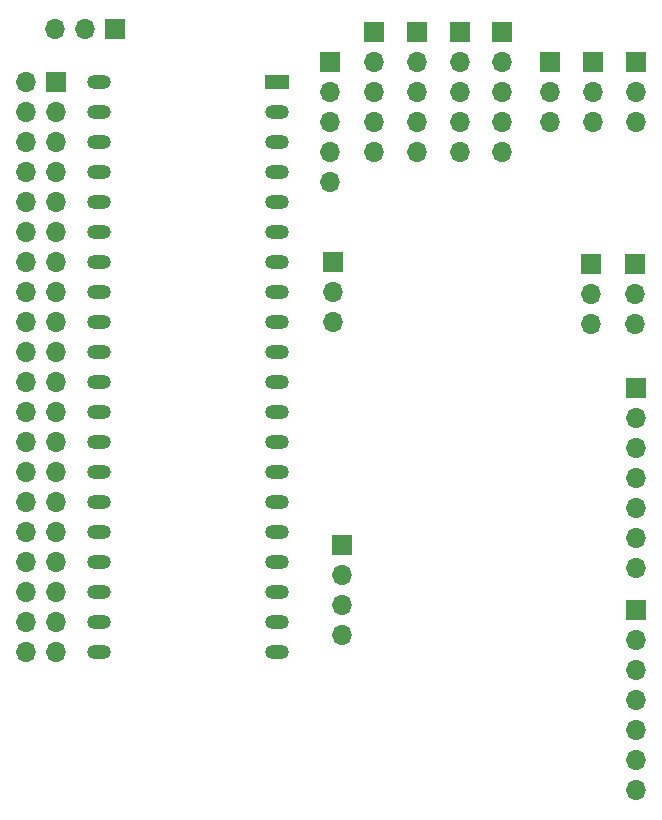
<source format=gts>
G04 #@! TF.GenerationSoftware,KiCad,Pcbnew,8.0.5*
G04 #@! TF.CreationDate,2024-10-14T11:26:22+05:00*
G04 #@! TF.ProjectId,2floor_for_orange_pi,32666c6f-6f72-45f6-966f-725f6f72616e,rev?*
G04 #@! TF.SameCoordinates,Original*
G04 #@! TF.FileFunction,Soldermask,Top*
G04 #@! TF.FilePolarity,Negative*
%FSLAX46Y46*%
G04 Gerber Fmt 4.6, Leading zero omitted, Abs format (unit mm)*
G04 Created by KiCad (PCBNEW 8.0.5) date 2024-10-14 11:26:22*
%MOMM*%
%LPD*%
G01*
G04 APERTURE LIST*
%ADD10R,1.700000X1.700000*%
%ADD11O,1.700000X1.700000*%
%ADD12R,2.000000X1.200000*%
%ADD13O,2.000000X1.200000*%
G04 APERTURE END LIST*
D10*
G04 #@! TO.C,J8*
X74500000Y-39320000D03*
D11*
X74500000Y-41860000D03*
X74500000Y-44400000D03*
G04 #@! TD*
D10*
G04 #@! TO.C,J1*
X25430000Y-23930000D03*
D11*
X22890000Y-23930000D03*
X25430000Y-26470000D03*
X22890000Y-26470000D03*
X25430000Y-29010000D03*
X22890000Y-29010000D03*
X25430000Y-31550000D03*
X22890000Y-31550000D03*
X25430000Y-34090000D03*
X22890000Y-34090000D03*
X25430000Y-36630000D03*
X22890000Y-36630000D03*
X25430000Y-39170000D03*
X22890000Y-39170000D03*
X25430000Y-41710000D03*
X22890000Y-41710000D03*
X25430000Y-44250000D03*
X22890000Y-44250000D03*
X25430000Y-46790000D03*
X22890000Y-46790000D03*
X25430000Y-49330000D03*
X22890000Y-49330000D03*
X25430000Y-51870000D03*
X22890000Y-51870000D03*
X25430000Y-54410000D03*
X22890000Y-54410000D03*
X25430000Y-56950000D03*
X22890000Y-56950000D03*
X25430000Y-59490000D03*
X22890000Y-59490000D03*
X25430000Y-62030000D03*
X22890000Y-62030000D03*
X25430000Y-64570000D03*
X22890000Y-64570000D03*
X25430000Y-67110000D03*
X22890000Y-67110000D03*
X25430000Y-69650000D03*
X22890000Y-69650000D03*
X25430000Y-72190000D03*
X22890000Y-72190000D03*
G04 #@! TD*
D10*
G04 #@! TO.C,J16*
X63230000Y-19670000D03*
D11*
X63230000Y-22210000D03*
X63230000Y-24750000D03*
X63230000Y-27290000D03*
X63230000Y-29830000D03*
G04 #@! TD*
D10*
G04 #@! TO.C,J7*
X48910000Y-39190000D03*
D11*
X48910000Y-41730000D03*
X48910000Y-44270000D03*
G04 #@! TD*
D10*
G04 #@! TO.C,J9*
X70740000Y-39340000D03*
D11*
X70740000Y-41880000D03*
X70740000Y-44420000D03*
G04 #@! TD*
D10*
G04 #@! TO.C,J17*
X30480000Y-19430000D03*
D11*
X27940000Y-19430000D03*
X25400000Y-19430000D03*
G04 #@! TD*
D12*
G04 #@! TO.C,U1*
X44120000Y-23910000D03*
D13*
X44120000Y-26450000D03*
X44120000Y-28990000D03*
X44120000Y-31530000D03*
X44120000Y-34070000D03*
X44120000Y-36610000D03*
X44120000Y-39150000D03*
X44120000Y-41690000D03*
X44120000Y-44230000D03*
X44120000Y-46770000D03*
X44120000Y-49310000D03*
X44120000Y-51850000D03*
X44120000Y-54390000D03*
X44120000Y-56930000D03*
X44120000Y-59470000D03*
X44120000Y-62010000D03*
X44120000Y-64550000D03*
X44120000Y-67090000D03*
X44120000Y-69630000D03*
X44120000Y-72170000D03*
X29120000Y-72170000D03*
X29120000Y-69630000D03*
X29120000Y-67090000D03*
X29120000Y-64550000D03*
X29120000Y-62010000D03*
X29120000Y-59470000D03*
X29120000Y-56930000D03*
X29120000Y-54390000D03*
X29120000Y-51850000D03*
X29120000Y-49310000D03*
X29120000Y-46770000D03*
X29120000Y-44230000D03*
X29120000Y-41690000D03*
X29120000Y-39150000D03*
X29120000Y-36610000D03*
X29120000Y-34070000D03*
X29120000Y-31530000D03*
X29120000Y-28990000D03*
X29120000Y-26450000D03*
X29120000Y-23910000D03*
G04 #@! TD*
D10*
G04 #@! TO.C,J3*
X74560000Y-68660000D03*
D11*
X74560000Y-71200000D03*
X74560000Y-73740000D03*
X74560000Y-76280000D03*
X74560000Y-78820000D03*
X74560000Y-81360000D03*
X74560000Y-83900000D03*
G04 #@! TD*
D10*
G04 #@! TO.C,J14*
X55980000Y-19680000D03*
D11*
X55980000Y-22220000D03*
X55980000Y-24760000D03*
X55980000Y-27300000D03*
X55980000Y-29840000D03*
G04 #@! TD*
D10*
G04 #@! TO.C,J2*
X74570000Y-49840000D03*
D11*
X74570000Y-52380000D03*
X74570000Y-54920000D03*
X74570000Y-57460000D03*
X74570000Y-60000000D03*
X74570000Y-62540000D03*
X74570000Y-65080000D03*
G04 #@! TD*
D10*
G04 #@! TO.C,J6*
X67280000Y-22200000D03*
D11*
X67280000Y-24740000D03*
X67280000Y-27280000D03*
G04 #@! TD*
D10*
G04 #@! TO.C,J13*
X52340000Y-19680000D03*
D11*
X52340000Y-22220000D03*
X52340000Y-24760000D03*
X52340000Y-27300000D03*
X52340000Y-29840000D03*
G04 #@! TD*
D10*
G04 #@! TO.C,J5*
X70880000Y-22200000D03*
D11*
X70880000Y-24740000D03*
X70880000Y-27280000D03*
G04 #@! TD*
D10*
G04 #@! TO.C,J4*
X74520000Y-22200000D03*
D11*
X74520000Y-24740000D03*
X74520000Y-27280000D03*
G04 #@! TD*
D10*
G04 #@! TO.C,J11*
X49690000Y-63120000D03*
D11*
X49690000Y-65660000D03*
X49690000Y-68200000D03*
X49690000Y-70740000D03*
G04 #@! TD*
D10*
G04 #@! TO.C,J15*
X59610000Y-19690000D03*
D11*
X59610000Y-22230000D03*
X59610000Y-24770000D03*
X59610000Y-27310000D03*
X59610000Y-29850000D03*
G04 #@! TD*
D10*
G04 #@! TO.C,J12*
X48660000Y-22250000D03*
D11*
X48660000Y-24790000D03*
X48660000Y-27330000D03*
X48660000Y-29870000D03*
X48660000Y-32410000D03*
G04 #@! TD*
M02*

</source>
